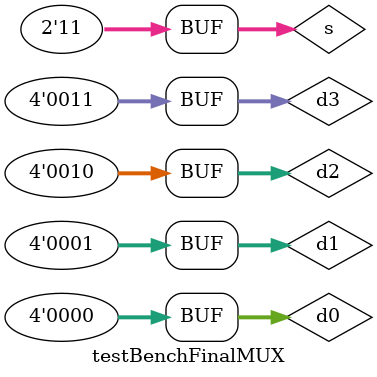
<source format=sv>
`timescale 1ns / 1ps


module testBenchFinalMUX();
 logic [3:0] d0, d1, d2, d3;
 logic [1:0] s;
 logic [3:0] y;
 
 FinalMUX dut(d0,d1,d2,d3,s,y);
 
 initial begin
 d0= 4'b0000; d1=4'b0001; d2=4'b0010; d3=4'b0011; s=2'b00; #10;
 d0= 4'b0000; d1=4'b0001; d2=4'b0010; d3=4'b0011; s=2'b01; #10;
 d0= 4'b0000; d1=4'b0001; d2=4'b0010; d3=4'b0011; s=2'b10; #10;
 d0= 4'b0000; d1=4'b0001; d2=4'b0010; d3=4'b0011; s=2'b11; #10;
 end
endmodule

</source>
